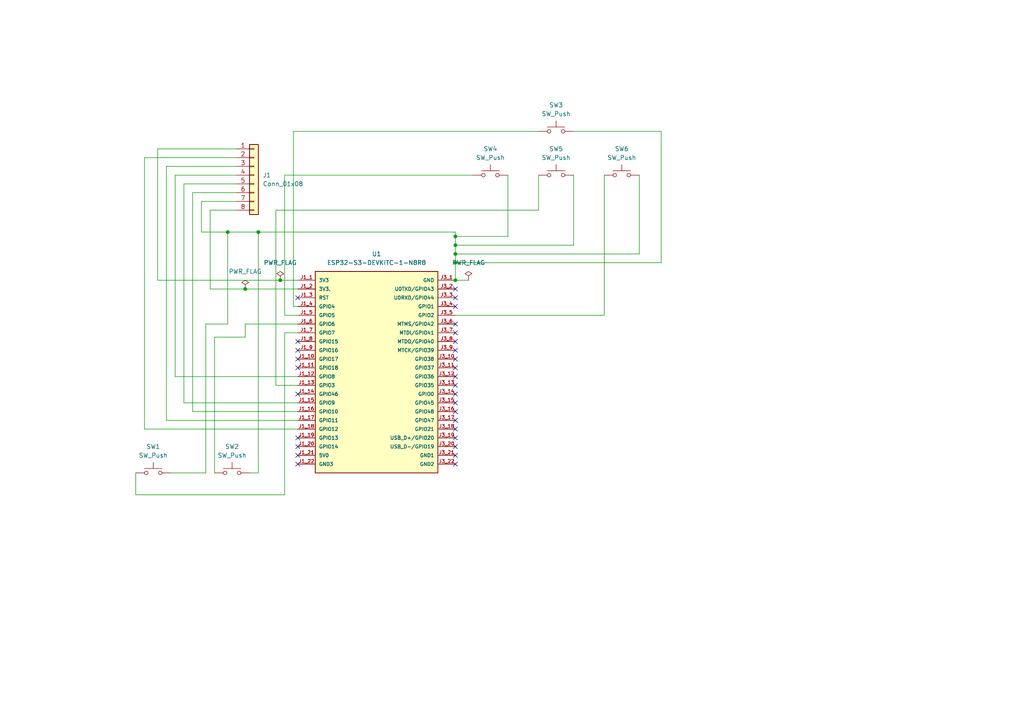
<source format=kicad_sch>
(kicad_sch (version 20250114) (generator "eeschema") (generator_version "9.0")
  (paper "A4")
  (lib_symbols
    (symbol "Connector_Generic:Conn_01x08" (pin_names (offset 1.016) (hide yes))
      (property "Reference" "J" (at 0 10.16 0))
      (property "Value" "Conn_01x08" (at 0 -12.7 0))
      (symbol "Conn_01x08_1_1"
        (rectangle (start -1.27 8.89) (end 1.27 -11.43) (stroke (width 0.254)) (fill (type background)))
        (rectangle (start -1.27 7.747) (end 0 7.493) (stroke (width 0.1524)))
        (rectangle (start -1.27 5.207) (end 0 4.953) (stroke (width 0.1524)))
        (rectangle (start -1.27 2.667) (end 0 2.413) (stroke (width 0.1524)))
        (rectangle (start -1.27 0.127) (end 0 -0.127) (stroke (width 0.1524)))
        (rectangle (start -1.27 -2.413) (end 0 -2.667) (stroke (width 0.1524)))
        (rectangle (start -1.27 -4.953) (end 0 -5.207) (stroke (width 0.1524)))
        (rectangle (start -1.27 -7.493) (end 0 -7.747) (stroke (width 0.1524)))
        (rectangle (start -1.27 -10.033) (end 0 -10.287) (stroke (width 0.1524)))
        (pin passive line (at -5.08 7.62 0) (length 3.81) (name "Pin_1") (number "1"))
        (pin passive line (at -5.08 5.08 0) (length 3.81) (name "Pin_2") (number "2"))
        (pin passive line (at -5.08 2.54 0) (length 3.81) (name "Pin_3") (number "3"))
        (pin passive line (at -5.08 0 0) (length 3.81) (name "Pin_4") (number "4"))
        (pin passive line (at -5.08 -2.54 0) (length 3.81) (name "Pin_5") (number "5"))
        (pin passive line (at -5.08 -5.08 0) (length 3.81) (name "Pin_6") (number "6"))
        (pin passive line (at -5.08 -7.62 0) (length 3.81) (name "Pin_7") (number "7"))
        (pin passive line (at -5.08 -10.16 0) (length 3.81) (name "Pin_8") (number "8"))
      )
    )
    (symbol "ESP32-S3-DEVKITC-1-N8R8:ESP32-S3-DEVKITC-1-N8R8" (pin_names (offset 1.016))
      (property "Reference" "U" (at -17.78 35.56 0))
      (property "Value" "ESP32-S3-DEVKITC-1-N8R8" (at -17.78 -27.94 0))
      (symbol "ESP32-S3-DEVKITC-1-N8R8_0_0"
        (rectangle (start -17.78 -25.4) (end 17.78 33.02) (stroke (width 0.254)) (fill (type background)))
        (pin power_in line (at -22.86 30.48 0) (length 5.08) (name "3V3") (number "J1_1"))
        (pin power_in line (at -22.86 27.94 0) (length 5.08) (name "3V3.") (number "J1_2"))
        (pin input line (at -22.86 25.4 0) (length 5.08) (name "RST") (number "J1_3"))
        (pin bidirectional line (at -22.86 22.86 0) (length 5.08) (name "GPIO4") (number "J1_4"))
        (pin bidirectional line (at -22.86 20.32 0) (length 5.08) (name "GPIO5") (number "J1_5"))
        (pin bidirectional line (at -22.86 17.78 0) (length 5.08) (name "GPIO6") (number "J1_6"))
        (pin bidirectional line (at -22.86 15.24 0) (length 5.08) (name "GPIO7") (number "J1_7"))
        (pin bidirectional line (at -22.86 12.7 0) (length 5.08) (name "GPIO15") (number "J1_8"))
        (pin bidirectional line (at -22.86 10.16 0) (length 5.08) (name "GPIO16") (number "J1_9"))
        (pin bidirectional line (at -22.86 7.62 0) (length 5.08) (name "GPIO17") (number "J1_10"))
        (pin bidirectional line (at -22.86 5.08 0) (length 5.08) (name "GPIO18") (number "J1_11"))
        (pin bidirectional line (at -22.86 2.54 0) (length 5.08) (name "GPIO8") (number "J1_12"))
        (pin bidirectional line (at -22.86 0 0) (length 5.08) (name "GPIO3") (number "J1_13"))
        (pin bidirectional line (at -22.86 -2.54 0) (length 5.08) (name "GPIO46") (number "J1_14"))
        (pin bidirectional line (at -22.86 -5.08 0) (length 5.08) (name "GPIO9") (number "J1_15"))
        (pin bidirectional line (at -22.86 -7.62 0) (length 5.08) (name "GPIO10") (number "J1_16"))
        (pin bidirectional line (at -22.86 -10.16 0) (length 5.08) (name "GPIO11") (number "J1_17"))
        (pin bidirectional line (at -22.86 -12.7 0) (length 5.08) (name "GPIO12") (number "J1_18"))
        (pin bidirectional line (at -22.86 -15.24 0) (length 5.08) (name "GPIO13") (number "J1_19"))
        (pin bidirectional line (at -22.86 -17.78 0) (length 5.08) (name "GPIO14") (number "J1_20"))
        (pin power_in line (at -22.86 -20.32 0) (length 5.08) (name "5V0") (number "J1_21"))
        (pin power_in line (at -22.86 -22.86 0) (length 5.08) (name "GND3") (number "J1_22"))
        (pin power_in line (at 22.86 30.48 180) (length 5.08) (name "GND") (number "J3_1"))
        (pin bidirectional line (at 22.86 27.94 180) (length 5.08) (name "U0TXD/GPIO43") (number "J3_2"))
        (pin bidirectional line (at 22.86 25.4 180) (length 5.08) (name "U0RXD/GPIO44") (number "J3_3"))
        (pin bidirectional line (at 22.86 22.86 180) (length 5.08) (name "GPIO1") (number "J3_4"))
        (pin bidirectional line (at 22.86 20.32 180) (length 5.08) (name "GPIO2") (number "J3_5"))
        (pin bidirectional line (at 22.86 17.78 180) (length 5.08) (name "MTMS/GPIO42") (number "J3_6"))
        (pin bidirectional line (at 22.86 15.24 180) (length 5.08) (name "MTDI/GPIO41") (number "J3_7"))
        (pin bidirectional line (at 22.86 12.7 180) (length 5.08) (name "MTDO/GPIO40") (number "J3_8"))
        (pin bidirectional line (at 22.86 10.16 180) (length 5.08) (name "MTCK/GPIO39") (number "J3_9"))
        (pin bidirectional line (at 22.86 7.62 180) (length 5.08) (name "GPIO38") (number "J3_10"))
        (pin bidirectional line (at 22.86 5.08 180) (length 5.08) (name "GPIO37") (number "J3_11"))
        (pin bidirectional line (at 22.86 2.54 180) (length 5.08) (name "GPIO36") (number "J3_12"))
        (pin bidirectional line (at 22.86 0 180) (length 5.08) (name "GPIO35") (number "J3_13"))
        (pin bidirectional line (at 22.86 -2.54 180) (length 5.08) (name "GPIO0") (number "J3_14"))
        (pin bidirectional line (at 22.86 -5.08 180) (length 5.08) (name "GPIO45") (number "J3_15"))
        (pin bidirectional line (at 22.86 -7.62 180) (length 5.08) (name "GPIO48") (number "J3_16"))
        (pin bidirectional line (at 22.86 -10.16 180) (length 5.08) (name "GPIO47") (number "J3_17"))
        (pin bidirectional line (at 22.86 -12.7 180) (length 5.08) (name "GPIO21") (number "J3_18"))
        (pin bidirectional line (at 22.86 -15.24 180) (length 5.08) (name "USB_D+/GPIO20") (number "J3_19"))
        (pin bidirectional line (at 22.86 -17.78 180) (length 5.08) (name "USB_D-/GPIO19") (number "J3_20"))
        (pin power_in line (at 22.86 -20.32 180) (length 5.08) (name "GND1") (number "J3_21"))
        (pin power_in line (at 22.86 -22.86 180) (length 5.08) (name "GND2") (number "J3_22"))
      )
    )
    (symbol "Switch:SW_Push" (pin_numbers (hide yes)) (pin_names (offset 1.016) (hide yes))
      (property "Reference" "SW" (at 1.27 2.54 0))
      (property "Value" "SW_Push" (at 0 -1.524 0))
      (symbol "SW_Push_0_1"
        (circle (center -2.032 0) (radius 0.508))
        (polyline (pts (xy 0 1.27) (xy 0 3.048)))
        (circle (center 2.032 0) (radius 0.508))
        (polyline (pts (xy 2.54 1.27) (xy -2.54 1.27)))
        (pin passive line (at -5.08 0 0) (length 2.54) (name "1") (number "1"))
        (pin passive line (at 5.08 0 180) (length 2.54) (name "2") (number "2"))
      )
    )
    (symbol "power:PWR_FLAG" (power) (pin_numbers (hide yes)) (pin_names (offset 0) (hide yes))
      (property "Value" "PWR_FLAG" (at 0 3.81 0))
      (symbol "PWR_FLAG_0_0"
        (pin power_out line (at 0 0 90) (length 0) (name "~") (number "1"))
      )
      (symbol "PWR_FLAG_0_1"
        (polyline (pts (xy 0 0) (xy 0 1.27) (xy -1.016 1.905) (xy 0 2.54) (xy 1.016 1.905) (xy 0 1.27)))
      )
    )
  )
  (junction (at 71.12 83.82))
  (junction (at 66.04 67.31))
  (junction (at 132.08 81.28))
  (junction (at 132.08 68.58))
  (junction (at 81.28 81.28))
  (junction (at 132.08 73.66))
  (junction (at 132.08 76.2))
  (junction (at 132.08 71.12))
  (junction (at 74.93 67.31))
  (no_connect (at 132.08 93.98))
  (no_connect (at 132.08 116.84))
  (no_connect (at 132.08 101.6))
  (no_connect (at 132.08 104.14))
  (no_connect (at 86.36 86.36))
  (no_connect (at 86.36 106.68))
  (no_connect (at 86.36 99.06))
  (no_connect (at 86.36 104.14))
  (no_connect (at 86.36 114.3))
  (no_connect (at 86.36 127))
  (no_connect (at 132.08 121.92))
  (no_connect (at 132.08 124.46))
  (no_connect (at 132.08 129.54))
  (no_connect (at 132.08 134.62))
  (no_connect (at 132.08 99.06))
  (no_connect (at 86.36 132.08))
  (no_connect (at 132.08 114.3))
  (no_connect (at 132.08 88.9))
  (no_connect (at 132.08 83.82))
  (no_connect (at 132.08 86.36))
  (no_connect (at 132.08 127))
  (no_connect (at 132.08 106.68))
  (no_connect (at 132.08 119.38))
  (no_connect (at 132.08 111.76))
  (no_connect (at 132.08 132.08))
  (no_connect (at 86.36 134.62))
  (no_connect (at 132.08 96.52))
  (no_connect (at 132.08 109.22))
  (no_connect (at 86.36 129.54))
  (no_connect (at 86.36 101.6))
  (wire (pts (xy 48.26 121.92) (xy 86.36 121.92)))
  (wire (pts (xy 147.32 68.58) (xy 132.08 68.58)))
  (wire (pts (xy 50.8 50.8) (xy 50.8 109.22)))
  (wire (pts (xy 85.09 88.9) (xy 86.36 88.9)))
  (wire (pts (xy 175.26 91.44) (xy 132.08 91.44)))
  (wire (pts (xy 45.72 81.28) (xy 45.72 43.18)))
  (wire (pts (xy 71.12 83.82) (xy 86.36 83.82)))
  (wire (pts (xy 60.96 83.82) (xy 60.96 60.96)))
  (wire (pts (xy 58.42 58.42) (xy 58.42 67.31)))
  (wire (pts (xy 82.55 96.52) (xy 82.55 143.51)))
  (wire (pts (xy 39.37 143.51) (xy 39.37 137.16)))
  (wire (pts (xy 185.42 73.66) (xy 132.08 73.66)))
  (wire (pts (xy 175.26 50.8) (xy 175.26 91.44)))
  (wire (pts (xy 49.53 137.16) (xy 59.69 137.16)))
  (wire (pts (xy 59.69 137.16) (xy 59.69 93.98)))
  (wire (pts (xy 55.88 119.38) (xy 86.36 119.38)))
  (wire (pts (xy 82.55 50.8) (xy 82.55 91.44)))
  (wire (pts (xy 58.42 67.31) (xy 66.04 67.31)))
  (wire (pts (xy 48.26 48.26) (xy 48.26 121.92)))
  (wire (pts (xy 62.23 137.16) (xy 62.23 97.79)))
  (wire (pts (xy 86.36 96.52) (xy 82.55 96.52)))
  (wire (pts (xy 50.8 109.22) (xy 86.36 109.22)))
  (wire (pts (xy 68.58 45.72) (xy 41.91 45.72)))
  (wire (pts (xy 137.16 50.8) (xy 82.55 50.8)))
  (wire (pts (xy 191.77 76.2) (xy 132.08 76.2)))
  (wire (pts (xy 55.88 55.88) (xy 55.88 119.38)))
  (wire (pts (xy 191.77 38.1) (xy 191.77 76.2)))
  (wire (pts (xy 60.96 83.82) (xy 71.12 83.82)))
  (wire (pts (xy 82.55 143.51) (xy 39.37 143.51)))
  (wire (pts (xy 45.72 43.18) (xy 68.58 43.18)))
  (wire (pts (xy 45.72 81.28) (xy 81.28 81.28)))
  (wire (pts (xy 74.93 67.31) (xy 132.08 67.31)))
  (wire (pts (xy 132.08 71.12) (xy 132.08 68.58)))
  (wire (pts (xy 68.58 53.34) (xy 53.34 53.34)))
  (wire (pts (xy 68.58 58.42) (xy 58.42 58.42)))
  (wire (pts (xy 60.96 60.96) (xy 68.58 60.96)))
  (wire (pts (xy 147.32 50.8) (xy 147.32 68.58)))
  (wire (pts (xy 68.58 55.88) (xy 55.88 55.88)))
  (wire (pts (xy 166.37 71.12) (xy 132.08 71.12)))
  (wire (pts (xy 66.04 67.31) (xy 74.93 67.31)))
  (wire (pts (xy 80.01 111.76) (xy 80.01 60.96)))
  (wire (pts (xy 132.08 73.66) (xy 132.08 76.2)))
  (wire (pts (xy 166.37 50.8) (xy 166.37 71.12)))
  (wire (pts (xy 62.23 97.79) (xy 71.12 97.79)))
  (wire (pts (xy 156.21 50.8) (xy 156.21 60.96)))
  (wire (pts (xy 81.28 81.28) (xy 86.36 81.28)))
  (wire (pts (xy 166.37 38.1) (xy 191.77 38.1)))
  (wire (pts (xy 72.39 137.16) (xy 74.93 137.16)))
  (wire (pts (xy 156.21 38.1) (xy 85.09 38.1)))
  (wire (pts (xy 59.69 93.98) (xy 66.04 93.98)))
  (wire (pts (xy 66.04 93.98) (xy 66.04 67.31)))
  (wire (pts (xy 68.58 50.8) (xy 50.8 50.8)))
  (wire (pts (xy 41.91 45.72) (xy 41.91 124.46)))
  (wire (pts (xy 80.01 60.96) (xy 156.21 60.96)))
  (wire (pts (xy 132.08 81.28) (xy 135.89 81.28)))
  (wire (pts (xy 132.08 67.31) (xy 132.08 68.58)))
  (wire (pts (xy 41.91 124.46) (xy 86.36 124.46)))
  (wire (pts (xy 74.93 137.16) (xy 74.93 67.31)))
  (wire (pts (xy 71.12 93.98) (xy 86.36 93.98)))
  (wire (pts (xy 185.42 50.8) (xy 185.42 73.66)))
  (wire (pts (xy 86.36 111.76) (xy 80.01 111.76)))
  (wire (pts (xy 82.55 91.44) (xy 86.36 91.44)))
  (wire (pts (xy 132.08 76.2) (xy 132.08 81.28)))
  (wire (pts (xy 68.58 48.26) (xy 48.26 48.26)))
  (wire (pts (xy 85.09 38.1) (xy 85.09 88.9)))
  (wire (pts (xy 71.12 97.79) (xy 71.12 93.98)))
  (wire (pts (xy 53.34 53.34) (xy 53.34 116.84)))
  (wire (pts (xy 132.08 73.66) (xy 132.08 71.12)))
  (wire (pts (xy 53.34 116.84) (xy 86.36 116.84)))
  (symbol (lib_id "Connector_Generic:Conn_01x08") (at 73.66 50.8 0) (unit 1)
    (property "Reference" "J1" (at 76.2 50.7999 0) (effects (justify left)))
    (property "Value" "Conn_01x08" (at 76.2 53.3399 0) (effects (justify left)))
    (property "Footprint" "Connector_PinSocket_2.54mm:PinSocket_1x08_P2.54mm_Vertical" (effects (hide yes)))
    (property "Description" "Generic connector, single row, 01x08, script generated (kicad-library-utils/schlib/autogen/connector/)" (effects (hide yes)))
  )
  (symbol (lib_id "Switch:SW_Push") (at 161.29 38.1 0) (unit 1)
    (property "Reference" "SW3" (at 161.29 30.48 0))
    (property "Value" "SW_Push" (at 161.29 33.02 0))
    (property "Footprint" "Button_Switch_THT:SW_PUSH_6mm_H4.3mm" (effects (hide yes)))
    (property "Description" "Push button switch, generic, two pins" (effects (hide yes)))
  )
  (symbol (lib_id "ESP32-S3-DEVKITC-1-N8R8:ESP32-S3-DEVKITC-1-N8R8") (at 109.22 111.76 0) (unit 1)
    (property "Reference" "U1" (at 109.22 73.66 0))
    (property "Value" "ESP32-S3-DEVKITC-1-N8R8" (at 109.22 76.2 0))
    (property "Footprint" "ESP32-S3-DEVKITC-1-N8R8:ESP32-S3-DEVKITC-1-N8R8" (effects (hide yes)))
    (property "MF" "Espressif Systems" (effects (hide yes)))
    (property "Description_1" "The ESP32-S3-DEVKITC-1-N8R8 from Espressif Systems is a development board designed for RF, RFID, and wireless applications. It supports 802.11 b/g/n Wi-Fi and Bluetooth® 5.x (BLE) connectivity at 2.4GHz, making it ideal for IoT and wireless communication projects. This board is powered by the ESP32-S3-WROOM-1-N8R8 module, which features 8MB Quad SPI Flash and 8MB Octal SPI for efficient memory storage and processing." (effects (hide yes)))
    (property "Package" "None" (effects (hide yes)))
    (property "Price" "None" (effects (hide yes)))
    (property "SnapEDA_Link" "https://www.snapeda.com/parts/ESP32-S3-DEVKITC-1-N8R8/Espressif+Systems/view-part/?ref=snap" (effects (hide yes)))
    (property "MP" "ESP32-S3-DEVKITC-1-N8R8" (effects (hide yes)))
    (property "Availability" "Not in stock" (effects (hide yes)))
    (property "Check_prices" "https://www.snapeda.com/parts/ESP32-S3-DEVKITC-1-N8R8/Espressif+Systems/view-part/?ref=eda" (effects (hide yes)))
  )
  (symbol (lib_id "Switch:SW_Push") (at 67.31 137.16 0) (unit 1)
    (property "Reference" "SW2" (at 67.31 129.54 0))
    (property "Value" "SW_Push" (at 67.31 132.08 0))
    (property "Footprint" "SW_PUSH_6mm_H4.3mm" (effects (hide yes)))
    (property "Description" "Push button switch, generic, two pins" (effects (hide yes)))
  )
  (symbol (lib_id "Switch:SW_Push") (at 44.45 137.16 0) (unit 1)
    (property "Reference" "SW1" (at 44.45 129.54 0))
    (property "Value" "SW_Push" (at 44.45 132.08 0))
    (property "Footprint" "SW_PUSH_6mm_H4.3mm" (effects (hide yes)))
    (property "Description" "Push button switch, generic, two pins" (effects (hide yes)))
  )
  (symbol (lib_id "power:PWR_FLAG") (at 81.28 81.28 0) (unit 1)
    (property "Reference" "#FLG02" (effects (hide yes)))
    (property "Value" "PWR_FLAG" (at 81.28 76.2 0))
    (property "Description" "Special symbol for telling ERC where power comes from" (effects (hide yes)))
  )
  (symbol (lib_id "Switch:SW_Push") (at 161.29 50.8 0) (unit 1)
    (property "Reference" "SW5" (at 161.29 43.18 0))
    (property "Value" "SW_Push" (at 161.29 45.72 0))
    (property "Footprint" "Button_Switch_THT:SW_PUSH_6mm_H4.3mm" (effects (hide yes)))
    (property "Description" "Push button switch, generic, two pins" (effects (hide yes)))
  )
  (symbol (lib_id "Switch:SW_Push") (at 180.34 50.8 0) (unit 1)
    (property "Reference" "SW6" (at 180.34 43.18 0))
    (property "Value" "SW_Push" (at 180.34 45.72 0))
    (property "Footprint" "Button_Switch_THT:SW_PUSH_6mm_H4.3mm" (effects (hide yes)))
    (property "Description" "Push button switch, generic, two pins" (effects (hide yes)))
  )
  (symbol (lib_id "power:PWR_FLAG") (at 71.12 83.82 0) (unit 1)
    (property "Reference" "#FLG01" (effects (hide yes)))
    (property "Value" "PWR_FLAG" (at 71.12 78.74 0))
    (property "Description" "Special symbol for telling ERC where power comes from" (effects (hide yes)))
  )
  (symbol (lib_id "Switch:SW_Push") (at 142.24 50.8 0) (unit 1)
    (property "Reference" "SW4" (at 142.24 43.18 0))
    (property "Value" "SW_Push" (at 142.24 45.72 0))
    (property "Footprint" "Button_Switch_THT:SW_PUSH_6mm_H4.3mm" (effects (hide yes)))
    (property "Description" "Push button switch, generic, two pins" (effects (hide yes)))
  )
  (symbol (lib_id "power:PWR_FLAG") (at 135.89 81.28 0) (unit 1)
    (property "Reference" "#FLG03" (effects (hide yes)))
    (property "Value" "PWR_FLAG" (at 135.89 76.2 0))
    (property "Description" "Special symbol for telling ERC where power comes from" (effects (hide yes)))
  )
)
</source>
